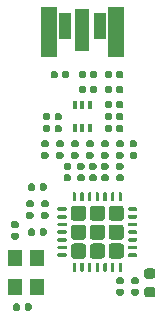
<source format=gbr>
%TF.GenerationSoftware,KiCad,Pcbnew,5.1.7+dfsg1-1~bpo10+1*%
%TF.CreationDate,Date%
%TF.ProjectId,ProMicro_LORA,50726f4d-6963-4726-9f5f-4c4f52412e6b,v1.2*%
%TF.SameCoordinates,Original*%
%TF.FileFunction,Paste,Top*%
%TF.FilePolarity,Positive*%
%FSLAX46Y46*%
G04 Gerber Fmt 4.6, Leading zero omitted, Abs format (unit mm)*
G04 Created by KiCad*
%MOMM*%
%LPD*%
G01*
G04 APERTURE LIST*
%ADD10R,1.050000X2.200000*%
%ADD11R,1.000000X1.050000*%
%ADD12R,0.400000X0.650000*%
%ADD13R,1.270000X3.600000*%
%ADD14R,1.350000X4.200000*%
%ADD15R,1.200000X1.400000*%
G04 APERTURE END LIST*
%TO.C,U1*%
G36*
G01*
X9845000Y8164999D02*
X9845000Y8955001D01*
G75*
G02*
X10094999Y9205000I249999J0D01*
G01*
X10885001Y9205000D01*
G75*
G02*
X11135000Y8955001I0J-249999D01*
G01*
X11135000Y8164999D01*
G75*
G02*
X10885001Y7915000I-249999J0D01*
G01*
X10094999Y7915000D01*
G75*
G02*
X9845000Y8164999I0J249999D01*
G01*
G37*
G36*
G01*
X9845000Y9764999D02*
X9845000Y10555001D01*
G75*
G02*
X10094999Y10805000I249999J0D01*
G01*
X10885001Y10805000D01*
G75*
G02*
X11135000Y10555001I0J-249999D01*
G01*
X11135000Y9764999D01*
G75*
G02*
X10885001Y9515000I-249999J0D01*
G01*
X10094999Y9515000D01*
G75*
G02*
X9845000Y9764999I0J249999D01*
G01*
G37*
G36*
G01*
X9845000Y11364999D02*
X9845000Y12155001D01*
G75*
G02*
X10094999Y12405000I249999J0D01*
G01*
X10885001Y12405000D01*
G75*
G02*
X11135000Y12155001I0J-249999D01*
G01*
X11135000Y11364999D01*
G75*
G02*
X10885001Y11115000I-249999J0D01*
G01*
X10094999Y11115000D01*
G75*
G02*
X9845000Y11364999I0J249999D01*
G01*
G37*
G36*
G01*
X8245000Y8164999D02*
X8245000Y8955001D01*
G75*
G02*
X8494999Y9205000I249999J0D01*
G01*
X9285001Y9205000D01*
G75*
G02*
X9535000Y8955001I0J-249999D01*
G01*
X9535000Y8164999D01*
G75*
G02*
X9285001Y7915000I-249999J0D01*
G01*
X8494999Y7915000D01*
G75*
G02*
X8245000Y8164999I0J249999D01*
G01*
G37*
G36*
G01*
X8245000Y9764999D02*
X8245000Y10555001D01*
G75*
G02*
X8494999Y10805000I249999J0D01*
G01*
X9285001Y10805000D01*
G75*
G02*
X9535000Y10555001I0J-249999D01*
G01*
X9535000Y9764999D01*
G75*
G02*
X9285001Y9515000I-249999J0D01*
G01*
X8494999Y9515000D01*
G75*
G02*
X8245000Y9764999I0J249999D01*
G01*
G37*
G36*
G01*
X8245000Y11364999D02*
X8245000Y12155001D01*
G75*
G02*
X8494999Y12405000I249999J0D01*
G01*
X9285001Y12405000D01*
G75*
G02*
X9535000Y12155001I0J-249999D01*
G01*
X9535000Y11364999D01*
G75*
G02*
X9285001Y11115000I-249999J0D01*
G01*
X8494999Y11115000D01*
G75*
G02*
X8245000Y11364999I0J249999D01*
G01*
G37*
G36*
G01*
X6645000Y8164999D02*
X6645000Y8955001D01*
G75*
G02*
X6894999Y9205000I249999J0D01*
G01*
X7685001Y9205000D01*
G75*
G02*
X7935000Y8955001I0J-249999D01*
G01*
X7935000Y8164999D01*
G75*
G02*
X7685001Y7915000I-249999J0D01*
G01*
X6894999Y7915000D01*
G75*
G02*
X6645000Y8164999I0J249999D01*
G01*
G37*
G36*
G01*
X6645000Y9764999D02*
X6645000Y10555001D01*
G75*
G02*
X6894999Y10805000I249999J0D01*
G01*
X7685001Y10805000D01*
G75*
G02*
X7935000Y10555001I0J-249999D01*
G01*
X7935000Y9764999D01*
G75*
G02*
X7685001Y9515000I-249999J0D01*
G01*
X6894999Y9515000D01*
G75*
G02*
X6645000Y9764999I0J249999D01*
G01*
G37*
G36*
G01*
X6645000Y11364999D02*
X6645000Y12155001D01*
G75*
G02*
X6894999Y12405000I249999J0D01*
G01*
X7685001Y12405000D01*
G75*
G02*
X7935000Y12155001I0J-249999D01*
G01*
X7935000Y11364999D01*
G75*
G02*
X7685001Y11115000I-249999J0D01*
G01*
X6894999Y11115000D01*
G75*
G02*
X6645000Y11364999I0J249999D01*
G01*
G37*
G36*
G01*
X6790000Y12835000D02*
X6790000Y13460000D01*
G75*
G02*
X6865000Y13535000I75000J0D01*
G01*
X7015000Y13535000D01*
G75*
G02*
X7090000Y13460000I0J-75000D01*
G01*
X7090000Y12835000D01*
G75*
G02*
X7015000Y12760000I-75000J0D01*
G01*
X6865000Y12760000D01*
G75*
G02*
X6790000Y12835000I0J75000D01*
G01*
G37*
G36*
G01*
X7440000Y12835000D02*
X7440000Y13460000D01*
G75*
G02*
X7515000Y13535000I75000J0D01*
G01*
X7665000Y13535000D01*
G75*
G02*
X7740000Y13460000I0J-75000D01*
G01*
X7740000Y12835000D01*
G75*
G02*
X7665000Y12760000I-75000J0D01*
G01*
X7515000Y12760000D01*
G75*
G02*
X7440000Y12835000I0J75000D01*
G01*
G37*
G36*
G01*
X8090000Y12835000D02*
X8090000Y13460000D01*
G75*
G02*
X8165000Y13535000I75000J0D01*
G01*
X8315000Y13535000D01*
G75*
G02*
X8390000Y13460000I0J-75000D01*
G01*
X8390000Y12835000D01*
G75*
G02*
X8315000Y12760000I-75000J0D01*
G01*
X8165000Y12760000D01*
G75*
G02*
X8090000Y12835000I0J75000D01*
G01*
G37*
G36*
G01*
X8740000Y12835000D02*
X8740000Y13460000D01*
G75*
G02*
X8815000Y13535000I75000J0D01*
G01*
X8965000Y13535000D01*
G75*
G02*
X9040000Y13460000I0J-75000D01*
G01*
X9040000Y12835000D01*
G75*
G02*
X8965000Y12760000I-75000J0D01*
G01*
X8815000Y12760000D01*
G75*
G02*
X8740000Y12835000I0J75000D01*
G01*
G37*
G36*
G01*
X9390000Y12835000D02*
X9390000Y13460000D01*
G75*
G02*
X9465000Y13535000I75000J0D01*
G01*
X9615000Y13535000D01*
G75*
G02*
X9690000Y13460000I0J-75000D01*
G01*
X9690000Y12835000D01*
G75*
G02*
X9615000Y12760000I-75000J0D01*
G01*
X9465000Y12760000D01*
G75*
G02*
X9390000Y12835000I0J75000D01*
G01*
G37*
G36*
G01*
X10040000Y12835000D02*
X10040000Y13460000D01*
G75*
G02*
X10115000Y13535000I75000J0D01*
G01*
X10265000Y13535000D01*
G75*
G02*
X10340000Y13460000I0J-75000D01*
G01*
X10340000Y12835000D01*
G75*
G02*
X10265000Y12760000I-75000J0D01*
G01*
X10115000Y12760000D01*
G75*
G02*
X10040000Y12835000I0J75000D01*
G01*
G37*
G36*
G01*
X10690000Y12835000D02*
X10690000Y13460000D01*
G75*
G02*
X10765000Y13535000I75000J0D01*
G01*
X10915000Y13535000D01*
G75*
G02*
X10990000Y13460000I0J-75000D01*
G01*
X10990000Y12835000D01*
G75*
G02*
X10915000Y12760000I-75000J0D01*
G01*
X10765000Y12760000D01*
G75*
G02*
X10690000Y12835000I0J75000D01*
G01*
G37*
G36*
G01*
X11490000Y12035000D02*
X11490000Y12185000D01*
G75*
G02*
X11565000Y12260000I75000J0D01*
G01*
X12190000Y12260000D01*
G75*
G02*
X12265000Y12185000I0J-75000D01*
G01*
X12265000Y12035000D01*
G75*
G02*
X12190000Y11960000I-75000J0D01*
G01*
X11565000Y11960000D01*
G75*
G02*
X11490000Y12035000I0J75000D01*
G01*
G37*
G36*
G01*
X11490000Y11385000D02*
X11490000Y11535000D01*
G75*
G02*
X11565000Y11610000I75000J0D01*
G01*
X12190000Y11610000D01*
G75*
G02*
X12265000Y11535000I0J-75000D01*
G01*
X12265000Y11385000D01*
G75*
G02*
X12190000Y11310000I-75000J0D01*
G01*
X11565000Y11310000D01*
G75*
G02*
X11490000Y11385000I0J75000D01*
G01*
G37*
G36*
G01*
X11490000Y10735000D02*
X11490000Y10885000D01*
G75*
G02*
X11565000Y10960000I75000J0D01*
G01*
X12190000Y10960000D01*
G75*
G02*
X12265000Y10885000I0J-75000D01*
G01*
X12265000Y10735000D01*
G75*
G02*
X12190000Y10660000I-75000J0D01*
G01*
X11565000Y10660000D01*
G75*
G02*
X11490000Y10735000I0J75000D01*
G01*
G37*
G36*
G01*
X11490000Y10085000D02*
X11490000Y10235000D01*
G75*
G02*
X11565000Y10310000I75000J0D01*
G01*
X12190000Y10310000D01*
G75*
G02*
X12265000Y10235000I0J-75000D01*
G01*
X12265000Y10085000D01*
G75*
G02*
X12190000Y10010000I-75000J0D01*
G01*
X11565000Y10010000D01*
G75*
G02*
X11490000Y10085000I0J75000D01*
G01*
G37*
G36*
G01*
X11490000Y9435000D02*
X11490000Y9585000D01*
G75*
G02*
X11565000Y9660000I75000J0D01*
G01*
X12190000Y9660000D01*
G75*
G02*
X12265000Y9585000I0J-75000D01*
G01*
X12265000Y9435000D01*
G75*
G02*
X12190000Y9360000I-75000J0D01*
G01*
X11565000Y9360000D01*
G75*
G02*
X11490000Y9435000I0J75000D01*
G01*
G37*
G36*
G01*
X11490000Y8785000D02*
X11490000Y8935000D01*
G75*
G02*
X11565000Y9010000I75000J0D01*
G01*
X12190000Y9010000D01*
G75*
G02*
X12265000Y8935000I0J-75000D01*
G01*
X12265000Y8785000D01*
G75*
G02*
X12190000Y8710000I-75000J0D01*
G01*
X11565000Y8710000D01*
G75*
G02*
X11490000Y8785000I0J75000D01*
G01*
G37*
G36*
G01*
X11490000Y8135000D02*
X11490000Y8285000D01*
G75*
G02*
X11565000Y8360000I75000J0D01*
G01*
X12190000Y8360000D01*
G75*
G02*
X12265000Y8285000I0J-75000D01*
G01*
X12265000Y8135000D01*
G75*
G02*
X12190000Y8060000I-75000J0D01*
G01*
X11565000Y8060000D01*
G75*
G02*
X11490000Y8135000I0J75000D01*
G01*
G37*
G36*
G01*
X10690000Y6860000D02*
X10690000Y7485000D01*
G75*
G02*
X10765000Y7560000I75000J0D01*
G01*
X10915000Y7560000D01*
G75*
G02*
X10990000Y7485000I0J-75000D01*
G01*
X10990000Y6860000D01*
G75*
G02*
X10915000Y6785000I-75000J0D01*
G01*
X10765000Y6785000D01*
G75*
G02*
X10690000Y6860000I0J75000D01*
G01*
G37*
G36*
G01*
X10040000Y6860000D02*
X10040000Y7485000D01*
G75*
G02*
X10115000Y7560000I75000J0D01*
G01*
X10265000Y7560000D01*
G75*
G02*
X10340000Y7485000I0J-75000D01*
G01*
X10340000Y6860000D01*
G75*
G02*
X10265000Y6785000I-75000J0D01*
G01*
X10115000Y6785000D01*
G75*
G02*
X10040000Y6860000I0J75000D01*
G01*
G37*
G36*
G01*
X9390000Y6860000D02*
X9390000Y7485000D01*
G75*
G02*
X9465000Y7560000I75000J0D01*
G01*
X9615000Y7560000D01*
G75*
G02*
X9690000Y7485000I0J-75000D01*
G01*
X9690000Y6860000D01*
G75*
G02*
X9615000Y6785000I-75000J0D01*
G01*
X9465000Y6785000D01*
G75*
G02*
X9390000Y6860000I0J75000D01*
G01*
G37*
G36*
G01*
X8740000Y6860000D02*
X8740000Y7485000D01*
G75*
G02*
X8815000Y7560000I75000J0D01*
G01*
X8965000Y7560000D01*
G75*
G02*
X9040000Y7485000I0J-75000D01*
G01*
X9040000Y6860000D01*
G75*
G02*
X8965000Y6785000I-75000J0D01*
G01*
X8815000Y6785000D01*
G75*
G02*
X8740000Y6860000I0J75000D01*
G01*
G37*
G36*
G01*
X8090000Y6860000D02*
X8090000Y7485000D01*
G75*
G02*
X8165000Y7560000I75000J0D01*
G01*
X8315000Y7560000D01*
G75*
G02*
X8390000Y7485000I0J-75000D01*
G01*
X8390000Y6860000D01*
G75*
G02*
X8315000Y6785000I-75000J0D01*
G01*
X8165000Y6785000D01*
G75*
G02*
X8090000Y6860000I0J75000D01*
G01*
G37*
G36*
G01*
X7440000Y6860000D02*
X7440000Y7485000D01*
G75*
G02*
X7515000Y7560000I75000J0D01*
G01*
X7665000Y7560000D01*
G75*
G02*
X7740000Y7485000I0J-75000D01*
G01*
X7740000Y6860000D01*
G75*
G02*
X7665000Y6785000I-75000J0D01*
G01*
X7515000Y6785000D01*
G75*
G02*
X7440000Y6860000I0J75000D01*
G01*
G37*
G36*
G01*
X6790000Y6860000D02*
X6790000Y7485000D01*
G75*
G02*
X6865000Y7560000I75000J0D01*
G01*
X7015000Y7560000D01*
G75*
G02*
X7090000Y7485000I0J-75000D01*
G01*
X7090000Y6860000D01*
G75*
G02*
X7015000Y6785000I-75000J0D01*
G01*
X6865000Y6785000D01*
G75*
G02*
X6790000Y6860000I0J75000D01*
G01*
G37*
G36*
G01*
X5515000Y8135000D02*
X5515000Y8285000D01*
G75*
G02*
X5590000Y8360000I75000J0D01*
G01*
X6215000Y8360000D01*
G75*
G02*
X6290000Y8285000I0J-75000D01*
G01*
X6290000Y8135000D01*
G75*
G02*
X6215000Y8060000I-75000J0D01*
G01*
X5590000Y8060000D01*
G75*
G02*
X5515000Y8135000I0J75000D01*
G01*
G37*
G36*
G01*
X5515000Y8785000D02*
X5515000Y8935000D01*
G75*
G02*
X5590000Y9010000I75000J0D01*
G01*
X6215000Y9010000D01*
G75*
G02*
X6290000Y8935000I0J-75000D01*
G01*
X6290000Y8785000D01*
G75*
G02*
X6215000Y8710000I-75000J0D01*
G01*
X5590000Y8710000D01*
G75*
G02*
X5515000Y8785000I0J75000D01*
G01*
G37*
G36*
G01*
X5515000Y9435000D02*
X5515000Y9585000D01*
G75*
G02*
X5590000Y9660000I75000J0D01*
G01*
X6215000Y9660000D01*
G75*
G02*
X6290000Y9585000I0J-75000D01*
G01*
X6290000Y9435000D01*
G75*
G02*
X6215000Y9360000I-75000J0D01*
G01*
X5590000Y9360000D01*
G75*
G02*
X5515000Y9435000I0J75000D01*
G01*
G37*
G36*
G01*
X5515000Y10085000D02*
X5515000Y10235000D01*
G75*
G02*
X5590000Y10310000I75000J0D01*
G01*
X6215000Y10310000D01*
G75*
G02*
X6290000Y10235000I0J-75000D01*
G01*
X6290000Y10085000D01*
G75*
G02*
X6215000Y10010000I-75000J0D01*
G01*
X5590000Y10010000D01*
G75*
G02*
X5515000Y10085000I0J75000D01*
G01*
G37*
G36*
G01*
X5515000Y10735000D02*
X5515000Y10885000D01*
G75*
G02*
X5590000Y10960000I75000J0D01*
G01*
X6215000Y10960000D01*
G75*
G02*
X6290000Y10885000I0J-75000D01*
G01*
X6290000Y10735000D01*
G75*
G02*
X6215000Y10660000I-75000J0D01*
G01*
X5590000Y10660000D01*
G75*
G02*
X5515000Y10735000I0J75000D01*
G01*
G37*
G36*
G01*
X5515000Y11385000D02*
X5515000Y11535000D01*
G75*
G02*
X5590000Y11610000I75000J0D01*
G01*
X6215000Y11610000D01*
G75*
G02*
X6290000Y11535000I0J-75000D01*
G01*
X6290000Y11385000D01*
G75*
G02*
X6215000Y11310000I-75000J0D01*
G01*
X5590000Y11310000D01*
G75*
G02*
X5515000Y11385000I0J75000D01*
G01*
G37*
G36*
G01*
X5515000Y12035000D02*
X5515000Y12185000D01*
G75*
G02*
X5590000Y12260000I75000J0D01*
G01*
X6215000Y12260000D01*
G75*
G02*
X6290000Y12185000I0J-75000D01*
G01*
X6290000Y12035000D01*
G75*
G02*
X6215000Y11960000I-75000J0D01*
G01*
X5590000Y11960000D01*
G75*
G02*
X5515000Y12035000I0J75000D01*
G01*
G37*
%TD*%
D10*
%TO.C,J1*%
X6145000Y27580000D03*
D11*
X7620000Y26055000D03*
D10*
X9095000Y27580000D03*
%TD*%
%TO.C,C25*%
G36*
G01*
X8681500Y15430000D02*
X8336500Y15430000D01*
G75*
G02*
X8189000Y15577500I0J147500D01*
G01*
X8189000Y15872500D01*
G75*
G02*
X8336500Y16020000I147500J0D01*
G01*
X8681500Y16020000D01*
G75*
G02*
X8829000Y15872500I0J-147500D01*
G01*
X8829000Y15577500D01*
G75*
G02*
X8681500Y15430000I-147500J0D01*
G01*
G37*
G36*
G01*
X8681500Y14460000D02*
X8336500Y14460000D01*
G75*
G02*
X8189000Y14607500I0J147500D01*
G01*
X8189000Y14902500D01*
G75*
G02*
X8336500Y15050000I147500J0D01*
G01*
X8681500Y15050000D01*
G75*
G02*
X8829000Y14902500I0J-147500D01*
G01*
X8829000Y14607500D01*
G75*
G02*
X8681500Y14460000I-147500J0D01*
G01*
G37*
%TD*%
%TO.C,C24*%
G36*
G01*
X12110500Y17335000D02*
X11765500Y17335000D01*
G75*
G02*
X11618000Y17482500I0J147500D01*
G01*
X11618000Y17777500D01*
G75*
G02*
X11765500Y17925000I147500J0D01*
G01*
X12110500Y17925000D01*
G75*
G02*
X12258000Y17777500I0J-147500D01*
G01*
X12258000Y17482500D01*
G75*
G02*
X12110500Y17335000I-147500J0D01*
G01*
G37*
G36*
G01*
X12110500Y16365000D02*
X11765500Y16365000D01*
G75*
G02*
X11618000Y16512500I0J147500D01*
G01*
X11618000Y16807500D01*
G75*
G02*
X11765500Y16955000I147500J0D01*
G01*
X12110500Y16955000D01*
G75*
G02*
X12258000Y16807500I0J-147500D01*
G01*
X12258000Y16512500D01*
G75*
G02*
X12110500Y16365000I-147500J0D01*
G01*
G37*
%TD*%
%TO.C,C14*%
G36*
G01*
X4890000Y20111500D02*
X4890000Y19766500D01*
G75*
G02*
X4742500Y19619000I-147500J0D01*
G01*
X4447500Y19619000D01*
G75*
G02*
X4300000Y19766500I0J147500D01*
G01*
X4300000Y20111500D01*
G75*
G02*
X4447500Y20259000I147500J0D01*
G01*
X4742500Y20259000D01*
G75*
G02*
X4890000Y20111500I0J-147500D01*
G01*
G37*
G36*
G01*
X5860000Y20111500D02*
X5860000Y19766500D01*
G75*
G02*
X5712500Y19619000I-147500J0D01*
G01*
X5417500Y19619000D01*
G75*
G02*
X5270000Y19766500I0J147500D01*
G01*
X5270000Y20111500D01*
G75*
G02*
X5417500Y20259000I147500J0D01*
G01*
X5712500Y20259000D01*
G75*
G02*
X5860000Y20111500I0J-147500D01*
G01*
G37*
%TD*%
%TO.C,C13*%
G36*
G01*
X10500000Y22052500D02*
X10500000Y22397500D01*
G75*
G02*
X10647500Y22545000I147500J0D01*
G01*
X10942500Y22545000D01*
G75*
G02*
X11090000Y22397500I0J-147500D01*
G01*
X11090000Y22052500D01*
G75*
G02*
X10942500Y21905000I-147500J0D01*
G01*
X10647500Y21905000D01*
G75*
G02*
X10500000Y22052500I0J147500D01*
G01*
G37*
G36*
G01*
X9530000Y22052500D02*
X9530000Y22397500D01*
G75*
G02*
X9677500Y22545000I147500J0D01*
G01*
X9972500Y22545000D01*
G75*
G02*
X10120000Y22397500I0J-147500D01*
G01*
X10120000Y22052500D01*
G75*
G02*
X9972500Y21905000I-147500J0D01*
G01*
X9677500Y21905000D01*
G75*
G02*
X9530000Y22052500I0J147500D01*
G01*
G37*
%TD*%
%TO.C,C12*%
G36*
G01*
X5542500Y16955000D02*
X5887500Y16955000D01*
G75*
G02*
X6035000Y16807500I0J-147500D01*
G01*
X6035000Y16512500D01*
G75*
G02*
X5887500Y16365000I-147500J0D01*
G01*
X5542500Y16365000D01*
G75*
G02*
X5395000Y16512500I0J147500D01*
G01*
X5395000Y16807500D01*
G75*
G02*
X5542500Y16955000I147500J0D01*
G01*
G37*
G36*
G01*
X5542500Y17925000D02*
X5887500Y17925000D01*
G75*
G02*
X6035000Y17777500I0J-147500D01*
G01*
X6035000Y17482500D01*
G75*
G02*
X5887500Y17335000I-147500J0D01*
G01*
X5542500Y17335000D01*
G75*
G02*
X5395000Y17482500I0J147500D01*
G01*
X5395000Y17777500D01*
G75*
G02*
X5542500Y17925000I147500J0D01*
G01*
G37*
%TD*%
%TO.C,C11*%
G36*
G01*
X5525000Y23667500D02*
X5525000Y23322500D01*
G75*
G02*
X5377500Y23175000I-147500J0D01*
G01*
X5082500Y23175000D01*
G75*
G02*
X4935000Y23322500I0J147500D01*
G01*
X4935000Y23667500D01*
G75*
G02*
X5082500Y23815000I147500J0D01*
G01*
X5377500Y23815000D01*
G75*
G02*
X5525000Y23667500I0J-147500D01*
G01*
G37*
G36*
G01*
X6495000Y23667500D02*
X6495000Y23322500D01*
G75*
G02*
X6347500Y23175000I-147500J0D01*
G01*
X6052500Y23175000D01*
G75*
G02*
X5905000Y23322500I0J147500D01*
G01*
X5905000Y23667500D01*
G75*
G02*
X6052500Y23815000I147500J0D01*
G01*
X6347500Y23815000D01*
G75*
G02*
X6495000Y23667500I0J-147500D01*
G01*
G37*
%TD*%
%TO.C,C10*%
G36*
G01*
X10500000Y23322500D02*
X10500000Y23667500D01*
G75*
G02*
X10647500Y23815000I147500J0D01*
G01*
X10942500Y23815000D01*
G75*
G02*
X11090000Y23667500I0J-147500D01*
G01*
X11090000Y23322500D01*
G75*
G02*
X10942500Y23175000I-147500J0D01*
G01*
X10647500Y23175000D01*
G75*
G02*
X10500000Y23322500I0J147500D01*
G01*
G37*
G36*
G01*
X9530000Y23322500D02*
X9530000Y23667500D01*
G75*
G02*
X9677500Y23815000I147500J0D01*
G01*
X9972500Y23815000D01*
G75*
G02*
X10120000Y23667500I0J-147500D01*
G01*
X10120000Y23322500D01*
G75*
G02*
X9972500Y23175000I-147500J0D01*
G01*
X9677500Y23175000D01*
G75*
G02*
X9530000Y23322500I0J147500D01*
G01*
G37*
%TD*%
%TO.C,C9*%
G36*
G01*
X7915000Y22397500D02*
X7915000Y22052500D01*
G75*
G02*
X7767500Y21905000I-147500J0D01*
G01*
X7472500Y21905000D01*
G75*
G02*
X7325000Y22052500I0J147500D01*
G01*
X7325000Y22397500D01*
G75*
G02*
X7472500Y22545000I147500J0D01*
G01*
X7767500Y22545000D01*
G75*
G02*
X7915000Y22397500I0J-147500D01*
G01*
G37*
G36*
G01*
X8885000Y22397500D02*
X8885000Y22052500D01*
G75*
G02*
X8737500Y21905000I-147500J0D01*
G01*
X8442500Y21905000D01*
G75*
G02*
X8295000Y22052500I0J147500D01*
G01*
X8295000Y22397500D01*
G75*
G02*
X8442500Y22545000I147500J0D01*
G01*
X8737500Y22545000D01*
G75*
G02*
X8885000Y22397500I0J-147500D01*
G01*
G37*
%TD*%
%TO.C,C8*%
G36*
G01*
X4890000Y19095500D02*
X4890000Y18750500D01*
G75*
G02*
X4742500Y18603000I-147500J0D01*
G01*
X4447500Y18603000D01*
G75*
G02*
X4300000Y18750500I0J147500D01*
G01*
X4300000Y19095500D01*
G75*
G02*
X4447500Y19243000I147500J0D01*
G01*
X4742500Y19243000D01*
G75*
G02*
X4890000Y19095500I0J-147500D01*
G01*
G37*
G36*
G01*
X5860000Y19095500D02*
X5860000Y18750500D01*
G75*
G02*
X5712500Y18603000I-147500J0D01*
G01*
X5417500Y18603000D01*
G75*
G02*
X5270000Y18750500I0J147500D01*
G01*
X5270000Y19095500D01*
G75*
G02*
X5417500Y19243000I147500J0D01*
G01*
X5712500Y19243000D01*
G75*
G02*
X5860000Y19095500I0J-147500D01*
G01*
G37*
%TD*%
%TO.C,C7*%
G36*
G01*
X10500000Y18750500D02*
X10500000Y19095500D01*
G75*
G02*
X10647500Y19243000I147500J0D01*
G01*
X10942500Y19243000D01*
G75*
G02*
X11090000Y19095500I0J-147500D01*
G01*
X11090000Y18750500D01*
G75*
G02*
X10942500Y18603000I-147500J0D01*
G01*
X10647500Y18603000D01*
G75*
G02*
X10500000Y18750500I0J147500D01*
G01*
G37*
G36*
G01*
X9530000Y18750500D02*
X9530000Y19095500D01*
G75*
G02*
X9677500Y19243000I147500J0D01*
G01*
X9972500Y19243000D01*
G75*
G02*
X10120000Y19095500I0J-147500D01*
G01*
X10120000Y18750500D01*
G75*
G02*
X9972500Y18603000I-147500J0D01*
G01*
X9677500Y18603000D01*
G75*
G02*
X9530000Y18750500I0J147500D01*
G01*
G37*
%TD*%
%TO.C,C6*%
G36*
G01*
X11090000Y20111500D02*
X11090000Y19766500D01*
G75*
G02*
X10942500Y19619000I-147500J0D01*
G01*
X10647500Y19619000D01*
G75*
G02*
X10500000Y19766500I0J147500D01*
G01*
X10500000Y20111500D01*
G75*
G02*
X10647500Y20259000I147500J0D01*
G01*
X10942500Y20259000D01*
G75*
G02*
X11090000Y20111500I0J-147500D01*
G01*
G37*
G36*
G01*
X10120000Y20111500D02*
X10120000Y19766500D01*
G75*
G02*
X9972500Y19619000I-147500J0D01*
G01*
X9677500Y19619000D01*
G75*
G02*
X9530000Y19766500I0J147500D01*
G01*
X9530000Y20111500D01*
G75*
G02*
X9677500Y20259000I147500J0D01*
G01*
X9972500Y20259000D01*
G75*
G02*
X10120000Y20111500I0J-147500D01*
G01*
G37*
%TD*%
%TO.C,C5*%
G36*
G01*
X4617500Y17335000D02*
X4272500Y17335000D01*
G75*
G02*
X4125000Y17482500I0J147500D01*
G01*
X4125000Y17777500D01*
G75*
G02*
X4272500Y17925000I147500J0D01*
G01*
X4617500Y17925000D01*
G75*
G02*
X4765000Y17777500I0J-147500D01*
G01*
X4765000Y17482500D01*
G75*
G02*
X4617500Y17335000I-147500J0D01*
G01*
G37*
G36*
G01*
X4617500Y16365000D02*
X4272500Y16365000D01*
G75*
G02*
X4125000Y16512500I0J147500D01*
G01*
X4125000Y16807500D01*
G75*
G02*
X4272500Y16955000I147500J0D01*
G01*
X4617500Y16955000D01*
G75*
G02*
X4765000Y16807500I0J-147500D01*
G01*
X4765000Y16512500D01*
G75*
G02*
X4617500Y16365000I-147500J0D01*
G01*
G37*
%TD*%
%TO.C,C3*%
G36*
G01*
X9352500Y16955000D02*
X9697500Y16955000D01*
G75*
G02*
X9845000Y16807500I0J-147500D01*
G01*
X9845000Y16512500D01*
G75*
G02*
X9697500Y16365000I-147500J0D01*
G01*
X9352500Y16365000D01*
G75*
G02*
X9205000Y16512500I0J147500D01*
G01*
X9205000Y16807500D01*
G75*
G02*
X9352500Y16955000I147500J0D01*
G01*
G37*
G36*
G01*
X9352500Y17925000D02*
X9697500Y17925000D01*
G75*
G02*
X9845000Y17777500I0J-147500D01*
G01*
X9845000Y17482500D01*
G75*
G02*
X9697500Y17335000I-147500J0D01*
G01*
X9352500Y17335000D01*
G75*
G02*
X9205000Y17482500I0J147500D01*
G01*
X9205000Y17777500D01*
G75*
G02*
X9352500Y17925000I147500J0D01*
G01*
G37*
%TD*%
%TO.C,C2*%
G36*
G01*
X10967500Y15430000D02*
X10622500Y15430000D01*
G75*
G02*
X10475000Y15577500I0J147500D01*
G01*
X10475000Y15872500D01*
G75*
G02*
X10622500Y16020000I147500J0D01*
G01*
X10967500Y16020000D01*
G75*
G02*
X11115000Y15872500I0J-147500D01*
G01*
X11115000Y15577500D01*
G75*
G02*
X10967500Y15430000I-147500J0D01*
G01*
G37*
G36*
G01*
X10967500Y14460000D02*
X10622500Y14460000D01*
G75*
G02*
X10475000Y14607500I0J147500D01*
G01*
X10475000Y14902500D01*
G75*
G02*
X10622500Y15050000I147500J0D01*
G01*
X10967500Y15050000D01*
G75*
G02*
X11115000Y14902500I0J-147500D01*
G01*
X11115000Y14607500D01*
G75*
G02*
X10967500Y14460000I-147500J0D01*
G01*
G37*
%TD*%
D12*
%TO.C,U2*%
X6970000Y20889000D03*
X8270000Y20889000D03*
X7620000Y18989000D03*
X7620000Y20889000D03*
X8270000Y18989000D03*
X6970000Y18989000D03*
%TD*%
%TO.C,R1*%
G36*
G01*
X10120000Y21127500D02*
X10120000Y20782500D01*
G75*
G02*
X9972500Y20635000I-147500J0D01*
G01*
X9677500Y20635000D01*
G75*
G02*
X9530000Y20782500I0J147500D01*
G01*
X9530000Y21127500D01*
G75*
G02*
X9677500Y21275000I147500J0D01*
G01*
X9972500Y21275000D01*
G75*
G02*
X10120000Y21127500I0J-147500D01*
G01*
G37*
G36*
G01*
X11090000Y21127500D02*
X11090000Y20782500D01*
G75*
G02*
X10942500Y20635000I-147500J0D01*
G01*
X10647500Y20635000D01*
G75*
G02*
X10500000Y20782500I0J147500D01*
G01*
X10500000Y21127500D01*
G75*
G02*
X10647500Y21275000I147500J0D01*
G01*
X10942500Y21275000D01*
G75*
G02*
X11090000Y21127500I0J-147500D01*
G01*
G37*
%TD*%
%TO.C,L5*%
G36*
G01*
X7915000Y23667500D02*
X7915000Y23322500D01*
G75*
G02*
X7767500Y23175000I-147500J0D01*
G01*
X7472500Y23175000D01*
G75*
G02*
X7325000Y23322500I0J147500D01*
G01*
X7325000Y23667500D01*
G75*
G02*
X7472500Y23815000I147500J0D01*
G01*
X7767500Y23815000D01*
G75*
G02*
X7915000Y23667500I0J-147500D01*
G01*
G37*
G36*
G01*
X8885000Y23667500D02*
X8885000Y23322500D01*
G75*
G02*
X8737500Y23175000I-147500J0D01*
G01*
X8442500Y23175000D01*
G75*
G02*
X8295000Y23322500I0J147500D01*
G01*
X8295000Y23667500D01*
G75*
G02*
X8442500Y23815000I147500J0D01*
G01*
X8737500Y23815000D01*
G75*
G02*
X8885000Y23667500I0J-147500D01*
G01*
G37*
%TD*%
%TO.C,L4*%
G36*
G01*
X7157500Y17335000D02*
X6812500Y17335000D01*
G75*
G02*
X6665000Y17482500I0J147500D01*
G01*
X6665000Y17777500D01*
G75*
G02*
X6812500Y17925000I147500J0D01*
G01*
X7157500Y17925000D01*
G75*
G02*
X7305000Y17777500I0J-147500D01*
G01*
X7305000Y17482500D01*
G75*
G02*
X7157500Y17335000I-147500J0D01*
G01*
G37*
G36*
G01*
X7157500Y16365000D02*
X6812500Y16365000D01*
G75*
G02*
X6665000Y16512500I0J147500D01*
G01*
X6665000Y16807500D01*
G75*
G02*
X6812500Y16955000I147500J0D01*
G01*
X7157500Y16955000D01*
G75*
G02*
X7305000Y16807500I0J-147500D01*
G01*
X7305000Y16512500D01*
G75*
G02*
X7157500Y16365000I-147500J0D01*
G01*
G37*
%TD*%
%TO.C,L3*%
G36*
G01*
X10967500Y17335000D02*
X10622500Y17335000D01*
G75*
G02*
X10475000Y17482500I0J147500D01*
G01*
X10475000Y17777500D01*
G75*
G02*
X10622500Y17925000I147500J0D01*
G01*
X10967500Y17925000D01*
G75*
G02*
X11115000Y17777500I0J-147500D01*
G01*
X11115000Y17482500D01*
G75*
G02*
X10967500Y17335000I-147500J0D01*
G01*
G37*
G36*
G01*
X10967500Y16365000D02*
X10622500Y16365000D01*
G75*
G02*
X10475000Y16512500I0J147500D01*
G01*
X10475000Y16807500D01*
G75*
G02*
X10622500Y16955000I147500J0D01*
G01*
X10967500Y16955000D01*
G75*
G02*
X11115000Y16807500I0J-147500D01*
G01*
X11115000Y16512500D01*
G75*
G02*
X10967500Y16365000I-147500J0D01*
G01*
G37*
%TD*%
%TO.C,L2*%
G36*
G01*
X8082500Y16955000D02*
X8427500Y16955000D01*
G75*
G02*
X8575000Y16807500I0J-147500D01*
G01*
X8575000Y16512500D01*
G75*
G02*
X8427500Y16365000I-147500J0D01*
G01*
X8082500Y16365000D01*
G75*
G02*
X7935000Y16512500I0J147500D01*
G01*
X7935000Y16807500D01*
G75*
G02*
X8082500Y16955000I147500J0D01*
G01*
G37*
G36*
G01*
X8082500Y17925000D02*
X8427500Y17925000D01*
G75*
G02*
X8575000Y17777500I0J-147500D01*
G01*
X8575000Y17482500D01*
G75*
G02*
X8427500Y17335000I-147500J0D01*
G01*
X8082500Y17335000D01*
G75*
G02*
X7935000Y17482500I0J147500D01*
G01*
X7935000Y17777500D01*
G75*
G02*
X8082500Y17925000I147500J0D01*
G01*
G37*
%TD*%
%TO.C,L1*%
G36*
G01*
X9352500Y15050000D02*
X9697500Y15050000D01*
G75*
G02*
X9845000Y14902500I0J-147500D01*
G01*
X9845000Y14607500D01*
G75*
G02*
X9697500Y14460000I-147500J0D01*
G01*
X9352500Y14460000D01*
G75*
G02*
X9205000Y14607500I0J147500D01*
G01*
X9205000Y14902500D01*
G75*
G02*
X9352500Y15050000I147500J0D01*
G01*
G37*
G36*
G01*
X9352500Y16020000D02*
X9697500Y16020000D01*
G75*
G02*
X9845000Y15872500I0J-147500D01*
G01*
X9845000Y15577500D01*
G75*
G02*
X9697500Y15430000I-147500J0D01*
G01*
X9352500Y15430000D01*
G75*
G02*
X9205000Y15577500I0J147500D01*
G01*
X9205000Y15872500D01*
G75*
G02*
X9352500Y16020000I147500J0D01*
G01*
G37*
%TD*%
D13*
%TO.C,J2*%
X7620000Y27305000D03*
D14*
X4795000Y27105000D03*
X10445000Y27105000D03*
%TD*%
%TO.C,C23*%
G36*
G01*
X13078750Y5517500D02*
X13591250Y5517500D01*
G75*
G02*
X13810000Y5298750I0J-218750D01*
G01*
X13810000Y4861250D01*
G75*
G02*
X13591250Y4642500I-218750J0D01*
G01*
X13078750Y4642500D01*
G75*
G02*
X12860000Y4861250I0J218750D01*
G01*
X12860000Y5298750D01*
G75*
G02*
X13078750Y5517500I218750J0D01*
G01*
G37*
G36*
G01*
X13078750Y7092500D02*
X13591250Y7092500D01*
G75*
G02*
X13810000Y6873750I0J-218750D01*
G01*
X13810000Y6436250D01*
G75*
G02*
X13591250Y6217500I-218750J0D01*
G01*
X13078750Y6217500D01*
G75*
G02*
X12860000Y6436250I0J218750D01*
G01*
X12860000Y6873750D01*
G75*
G02*
X13078750Y7092500I218750J0D01*
G01*
G37*
%TD*%
D15*
%TO.C,Y1*%
X1905000Y5531000D03*
X1905000Y7931000D03*
X3805000Y7931000D03*
X3805000Y5531000D03*
%TD*%
%TO.C,C22*%
G36*
G01*
X11892500Y6345000D02*
X12237500Y6345000D01*
G75*
G02*
X12385000Y6197500I0J-147500D01*
G01*
X12385000Y5902500D01*
G75*
G02*
X12237500Y5755000I-147500J0D01*
G01*
X11892500Y5755000D01*
G75*
G02*
X11745000Y5902500I0J147500D01*
G01*
X11745000Y6197500D01*
G75*
G02*
X11892500Y6345000I147500J0D01*
G01*
G37*
G36*
G01*
X11892500Y5375000D02*
X12237500Y5375000D01*
G75*
G02*
X12385000Y5227500I0J-147500D01*
G01*
X12385000Y4932500D01*
G75*
G02*
X12237500Y4785000I-147500J0D01*
G01*
X11892500Y4785000D01*
G75*
G02*
X11745000Y4932500I0J147500D01*
G01*
X11745000Y5227500D01*
G75*
G02*
X11892500Y5375000I147500J0D01*
G01*
G37*
%TD*%
%TO.C,C21*%
G36*
G01*
X3620000Y14142500D02*
X3620000Y13797500D01*
G75*
G02*
X3472500Y13650000I-147500J0D01*
G01*
X3177500Y13650000D01*
G75*
G02*
X3030000Y13797500I0J147500D01*
G01*
X3030000Y14142500D01*
G75*
G02*
X3177500Y14290000I147500J0D01*
G01*
X3472500Y14290000D01*
G75*
G02*
X3620000Y14142500I0J-147500D01*
G01*
G37*
G36*
G01*
X4590000Y14142500D02*
X4590000Y13797500D01*
G75*
G02*
X4442500Y13650000I-147500J0D01*
G01*
X4147500Y13650000D01*
G75*
G02*
X4000000Y13797500I0J147500D01*
G01*
X4000000Y14142500D01*
G75*
G02*
X4147500Y14290000I147500J0D01*
G01*
X4442500Y14290000D01*
G75*
G02*
X4590000Y14142500I0J-147500D01*
G01*
G37*
%TD*%
%TO.C,C20*%
G36*
G01*
X3620000Y10332500D02*
X3620000Y9987500D01*
G75*
G02*
X3472500Y9840000I-147500J0D01*
G01*
X3177500Y9840000D01*
G75*
G02*
X3030000Y9987500I0J147500D01*
G01*
X3030000Y10332500D01*
G75*
G02*
X3177500Y10480000I147500J0D01*
G01*
X3472500Y10480000D01*
G75*
G02*
X3620000Y10332500I0J-147500D01*
G01*
G37*
G36*
G01*
X4590000Y10332500D02*
X4590000Y9987500D01*
G75*
G02*
X4442500Y9840000I-147500J0D01*
G01*
X4147500Y9840000D01*
G75*
G02*
X4000000Y9987500I0J147500D01*
G01*
X4000000Y10332500D01*
G75*
G02*
X4147500Y10480000I147500J0D01*
G01*
X4442500Y10480000D01*
G75*
G02*
X4590000Y10332500I0J-147500D01*
G01*
G37*
%TD*%
%TO.C,C19*%
G36*
G01*
X4272500Y11875000D02*
X4617500Y11875000D01*
G75*
G02*
X4765000Y11727500I0J-147500D01*
G01*
X4765000Y11432500D01*
G75*
G02*
X4617500Y11285000I-147500J0D01*
G01*
X4272500Y11285000D01*
G75*
G02*
X4125000Y11432500I0J147500D01*
G01*
X4125000Y11727500D01*
G75*
G02*
X4272500Y11875000I147500J0D01*
G01*
G37*
G36*
G01*
X4272500Y12845000D02*
X4617500Y12845000D01*
G75*
G02*
X4765000Y12697500I0J-147500D01*
G01*
X4765000Y12402500D01*
G75*
G02*
X4617500Y12255000I-147500J0D01*
G01*
X4272500Y12255000D01*
G75*
G02*
X4125000Y12402500I0J147500D01*
G01*
X4125000Y12697500D01*
G75*
G02*
X4272500Y12845000I147500J0D01*
G01*
G37*
%TD*%
%TO.C,C18*%
G36*
G01*
X3347500Y12255000D02*
X3002500Y12255000D01*
G75*
G02*
X2855000Y12402500I0J147500D01*
G01*
X2855000Y12697500D01*
G75*
G02*
X3002500Y12845000I147500J0D01*
G01*
X3347500Y12845000D01*
G75*
G02*
X3495000Y12697500I0J-147500D01*
G01*
X3495000Y12402500D01*
G75*
G02*
X3347500Y12255000I-147500J0D01*
G01*
G37*
G36*
G01*
X3347500Y11285000D02*
X3002500Y11285000D01*
G75*
G02*
X2855000Y11432500I0J147500D01*
G01*
X2855000Y11727500D01*
G75*
G02*
X3002500Y11875000I147500J0D01*
G01*
X3347500Y11875000D01*
G75*
G02*
X3495000Y11727500I0J-147500D01*
G01*
X3495000Y11432500D01*
G75*
G02*
X3347500Y11285000I-147500J0D01*
G01*
G37*
%TD*%
%TO.C,C17*%
G36*
G01*
X10967500Y5755000D02*
X10622500Y5755000D01*
G75*
G02*
X10475000Y5902500I0J147500D01*
G01*
X10475000Y6197500D01*
G75*
G02*
X10622500Y6345000I147500J0D01*
G01*
X10967500Y6345000D01*
G75*
G02*
X11115000Y6197500I0J-147500D01*
G01*
X11115000Y5902500D01*
G75*
G02*
X10967500Y5755000I-147500J0D01*
G01*
G37*
G36*
G01*
X10967500Y4785000D02*
X10622500Y4785000D01*
G75*
G02*
X10475000Y4932500I0J147500D01*
G01*
X10475000Y5227500D01*
G75*
G02*
X10622500Y5375000I147500J0D01*
G01*
X10967500Y5375000D01*
G75*
G02*
X11115000Y5227500I0J-147500D01*
G01*
X11115000Y4932500D01*
G75*
G02*
X10967500Y4785000I-147500J0D01*
G01*
G37*
%TD*%
%TO.C,C16*%
G36*
G01*
X6177500Y15050000D02*
X6522500Y15050000D01*
G75*
G02*
X6670000Y14902500I0J-147500D01*
G01*
X6670000Y14607500D01*
G75*
G02*
X6522500Y14460000I-147500J0D01*
G01*
X6177500Y14460000D01*
G75*
G02*
X6030000Y14607500I0J147500D01*
G01*
X6030000Y14902500D01*
G75*
G02*
X6177500Y15050000I147500J0D01*
G01*
G37*
G36*
G01*
X6177500Y16020000D02*
X6522500Y16020000D01*
G75*
G02*
X6670000Y15872500I0J-147500D01*
G01*
X6670000Y15577500D01*
G75*
G02*
X6522500Y15430000I-147500J0D01*
G01*
X6177500Y15430000D01*
G75*
G02*
X6030000Y15577500I0J147500D01*
G01*
X6030000Y15872500D01*
G75*
G02*
X6177500Y16020000I147500J0D01*
G01*
G37*
%TD*%
%TO.C,C15*%
G36*
G01*
X7665500Y15430000D02*
X7320500Y15430000D01*
G75*
G02*
X7173000Y15577500I0J147500D01*
G01*
X7173000Y15872500D01*
G75*
G02*
X7320500Y16020000I147500J0D01*
G01*
X7665500Y16020000D01*
G75*
G02*
X7813000Y15872500I0J-147500D01*
G01*
X7813000Y15577500D01*
G75*
G02*
X7665500Y15430000I-147500J0D01*
G01*
G37*
G36*
G01*
X7665500Y14460000D02*
X7320500Y14460000D01*
G75*
G02*
X7173000Y14607500I0J147500D01*
G01*
X7173000Y14902500D01*
G75*
G02*
X7320500Y15050000I147500J0D01*
G01*
X7665500Y15050000D01*
G75*
G02*
X7813000Y14902500I0J-147500D01*
G01*
X7813000Y14607500D01*
G75*
G02*
X7665500Y14460000I-147500J0D01*
G01*
G37*
%TD*%
%TO.C,C4*%
G36*
G01*
X2077500Y10500000D02*
X1732500Y10500000D01*
G75*
G02*
X1585000Y10647500I0J147500D01*
G01*
X1585000Y10942500D01*
G75*
G02*
X1732500Y11090000I147500J0D01*
G01*
X2077500Y11090000D01*
G75*
G02*
X2225000Y10942500I0J-147500D01*
G01*
X2225000Y10647500D01*
G75*
G02*
X2077500Y10500000I-147500J0D01*
G01*
G37*
G36*
G01*
X2077500Y9530000D02*
X1732500Y9530000D01*
G75*
G02*
X1585000Y9677500I0J147500D01*
G01*
X1585000Y9972500D01*
G75*
G02*
X1732500Y10120000I147500J0D01*
G01*
X2077500Y10120000D01*
G75*
G02*
X2225000Y9972500I0J-147500D01*
G01*
X2225000Y9677500D01*
G75*
G02*
X2077500Y9530000I-147500J0D01*
G01*
G37*
%TD*%
%TO.C,C1*%
G36*
G01*
X2350000Y3982500D02*
X2350000Y3637500D01*
G75*
G02*
X2202500Y3490000I-147500J0D01*
G01*
X1907500Y3490000D01*
G75*
G02*
X1760000Y3637500I0J147500D01*
G01*
X1760000Y3982500D01*
G75*
G02*
X1907500Y4130000I147500J0D01*
G01*
X2202500Y4130000D01*
G75*
G02*
X2350000Y3982500I0J-147500D01*
G01*
G37*
G36*
G01*
X3320000Y3982500D02*
X3320000Y3637500D01*
G75*
G02*
X3172500Y3490000I-147500J0D01*
G01*
X2877500Y3490000D01*
G75*
G02*
X2730000Y3637500I0J147500D01*
G01*
X2730000Y3982500D01*
G75*
G02*
X2877500Y4130000I147500J0D01*
G01*
X3172500Y4130000D01*
G75*
G02*
X3320000Y3982500I0J-147500D01*
G01*
G37*
%TD*%
M02*

</source>
